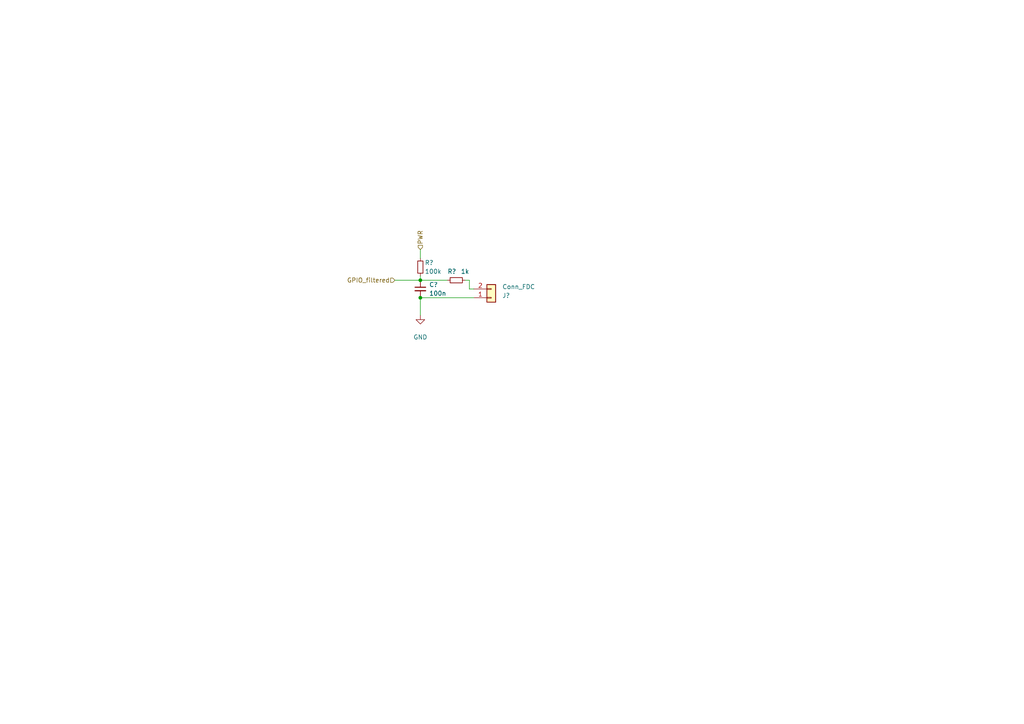
<source format=kicad_sch>
(kicad_sch (version 20230121) (generator eeschema)
  (paper "A4")
  (lib_symbols
    (symbol "Connector_Generic:Conn_01x02" (pin_names (offset 1.016) hide)
      (property "Reference" "J" (at 0 2.54 0))
      (property "Value" "Conn_01x02" (at 0 -5.08 0))
      (symbol "Conn_01x02_1_1"
        (rectangle (start -1.27 -2.413) (end 0 -2.667) (stroke (width 0.1524)))
        (rectangle (start -1.27 0.127) (end 0 -0.127) (stroke (width 0.1524)))
        (rectangle (start -1.27 1.27) (end 1.27 -3.81) (stroke (width 0.254)) (fill (type background)))
        (pin passive line (at -5.08 0 0) (length 3.81) (name "Pin_1") (number "1"))
        (pin passive line (at -5.08 -2.54 0) (length 3.81) (name "Pin_2") (number "2"))
      )
    )
    (symbol "Device:C_Small" (pin_numbers hide) (pin_names (offset 0.254) hide)
      (property "Reference" "C" (at 0.254 1.778 0))
      (property "Value" "C_Small" (at 0.254 -2.032 0))
      (symbol "C_Small_0_1"
        (polyline (pts (xy -1.524 -0.508) (xy 1.524 -0.508)) (stroke (width 0.3302)))
        (polyline (pts (xy -1.524 0.508) (xy 1.524 0.508)) (stroke (width 0.3048)))
      )
      (symbol "C_Small_1_1"
        (pin passive line (at 0 2.54 270) (length 2.032) (name "~") (number "1"))
        (pin passive line (at 0 -2.54 90) (length 2.032) (name "~") (number "2"))
      )
    )
    (symbol "Device:R_Small" (pin_numbers hide) (pin_names (offset 0.254) hide)
      (property "Reference" "R" (at 0.762 0.508 0))
      (property "Value" "R_Small" (at 0.762 -1.016 0))
      (symbol "R_Small_0_1"
        (rectangle (start -0.762 1.778) (end 0.762 -1.778) (stroke (width 0.2032)))
      )
      (symbol "R_Small_1_1"
        (pin passive line (at 0 2.54 270) (length 0.762) (name "~") (number "1"))
        (pin passive line (at 0 -2.54 90) (length 0.762) (name "~") (number "2"))
      )
    )
    (symbol "power:GND" (power) (pin_names (offset 0))
      (property "Value" "GND" (at 0 -3.81 0))
      (symbol "GND_0_1"
        (polyline (pts (xy 0 0) (xy 0 -1.27) (xy 1.27 -1.27) (xy 0 -2.54) (xy -1.27 -1.27) (xy 0 -1.27)))
      )
      (symbol "GND_1_1"
        (pin power_in line (at 0 0 270) (length 0) hide (name "GND") (number "1"))
      )
    )
  )
  (junction (at 121.92 81.28))
  (junction (at 121.92 86.36))
  (wire (pts (xy 121.92 72.39) (xy 121.92 74.93)))
  (wire (pts (xy 134.874 81.28) (xy 136.144 81.28)))
  (wire (pts (xy 121.92 86.36) (xy 121.92 91.44)))
  (wire (pts (xy 136.144 83.82) (xy 137.414 83.82)))
  (wire (pts (xy 121.92 80.01) (xy 121.92 81.28)))
  (wire (pts (xy 114.554 81.28) (xy 121.92 81.28)))
  (wire (pts (xy 121.92 81.28) (xy 129.794 81.28)))
  (wire (pts (xy 136.144 81.28) (xy 136.144 83.82)))
  (wire (pts (xy 121.92 86.36) (xy 137.414 86.36)))
  (hierarchical_label "PWR" (shape input) (at 121.92 72.39 90))
  (hierarchical_label "GPIO_filtered" (shape input) (at 114.554 81.28 180))
  (symbol (lib_id "Device:R_Small") (at 121.92 77.47 0) (unit 1)
    (property "Reference" "R?" (at 123.19 76.2 0) (effects (justify left)))
    (property "Value" "100k" (at 123.19 78.74 0) (effects (justify left)))
    (property "Footprint" "Resistor_SMD:R_0402_1005Metric" (effects hide))
    (instances (project "puissance" (path "" (reference "R?") (unit 1)) (path "" (reference "R?") (unit 1)) (path "" (reference "R?") (unit 1)) (path "" (reference "R?") (unit 1))) (project "puissanceok" (path "" (reference "R201") (unit 1)) (path "" (reference "R401") (unit 1)) (path "" (reference "R501") (unit 1)) (path "" (reference "R701") (unit 1))) (project "GPIO_filtering" (path "" (reference "R?") (unit 1))))
  )
  (symbol (lib_id "Device:R_Small") (at 132.334 81.28 90) (unit 1)
    (property "Reference" "R?" (at 131.064 78.74 90))
    (property "Value" "1k" (at 134.874 78.74 90))
    (property "Footprint" "Resistor_SMD:R_0402_1005Metric" (effects hide))
    (instances (project "puissance" (path "" (reference "R?") (unit 1)) (path "" (reference "R?") (unit 1)) (path "" (reference "R?") (unit 1)) (path "" (reference "R?") (unit 1))) (project "puissanceok" (path "" (reference "R202") (unit 1)) (path "" (reference "R402") (unit 1)) (path "" (reference "R502") (unit 1)) (path "" (reference "R702") (unit 1))) (project "GPIO_filtering" (path "" (reference "R?") (unit 1))))
  )
  (symbol (lib_id "power:GND") (at 121.92 91.44 0) (unit 1)
    (property "Reference" "#PWR?" (effects hide))
    (property "Value" "GND" (at 121.92 97.79 0))
    (instances (project "puissance" (path "" (reference "#PWR?") (unit 1)) (path "" (reference "#PWR?") (unit 1)) (path "" (reference "#PWR?") (unit 1)) (path "" (reference "#PWR?") (unit 1))) (project "puissanceok" (path "" (reference "#PWR0201") (unit 1)) (path "" (reference "#PWR0401") (unit 1)) (path "" (reference "#PWR0501") (unit 1)) (path "" (reference "#PWR0701") (unit 1))) (project "GPIO_filtering" (path "" (reference "#PWR?") (unit 1))))
  )
  (symbol (lib_id "Device:C_Small") (at 121.92 83.82 0) (unit 1)
    (property "Reference" "C?" (at 124.46 82.5563 0) (effects (justify left)))
    (property "Value" "100n" (at 124.46 85.0963 0) (effects (justify left)))
    (property "Footprint" "Capacitor_SMD:C_0402_1005Metric" (effects hide))
    (instances (project "puissance" (path "" (reference "C?") (unit 1)) (path "" (reference "C?") (unit 1)) (path "" (reference "C?") (unit 1)) (path "" (reference "C?") (unit 1))) (project "puissanceok" (path "" (reference "C201") (unit 1)) (path "" (reference "C401") (unit 1)) (path "" (reference "C501") (unit 1)) (path "" (reference "C701") (unit 1))) (project "GPIO_filtering" (path "" (reference "C?") (unit 1))))
  )
  (symbol (lib_id "Connector_Generic:Conn_01x02") (at 142.494 86.36 0) (mirror x) (unit 1)
    (property "Reference" "J?" (at 145.669 85.725 0) (effects (justify left)))
    (property "Value" "Conn_FDC" (at 145.669 83.185 0) (effects (justify left)))
    (property "Footprint" "Connector_JST:JST_XH_B2B-XH-A_1x02_P2.50mm_Vertical" (effects hide))
    (instances (project "puissance" (path "" (reference "J?") (unit 1)) (path "" (reference "J?") (unit 1)) (path "" (reference "J?") (unit 1)) (path "" (reference "J?") (unit 1))) (project "puissanceok" (path "" (reference "J201") (unit 1)) (path "" (reference "J401") (unit 1)) (path "" (reference "J501") (unit 1)) (path "" (reference "J701") (unit 1))) (project "GPIO_filtering" (path "" (reference "J?") (unit 1))))
  )
)
</source>
